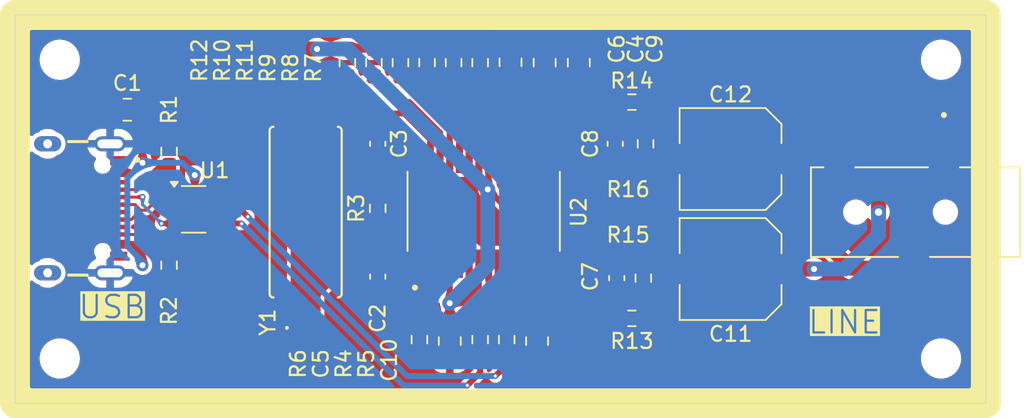
<source format=kicad_pcb>
(kicad_pcb (version 20240108) (generator "pcbnew") (generator_version "8.0")
  (layers (0 "F.Cu" signal) (31 "B.Cu" signal) (34 "B.Paste" user) (35 "F.Paste" user) (36 "B.SilkS" user "B.Silkscreen") (37 "F.SilkS" user "F.Silkscreen") (38 "B.Mask" user) (39 "F.Mask" user) (44 "Edge.Cuts" user))
  (net 0 "")
  (net 1 "VBUS")
  (net 2 "GND")
  (net 3 "/CrystalO")
  (net 4 "/CrystalI")
  (net 5 "Net-(U2-VCOM)")
  (net 6 "Net-(U2-VCCP)")
  (net 7 "/OUT_L")
  (net 8 "Net-(C7-Pad2)")
  (net 9 "/OUT_R")
  (net 10 "Net-(C8-Pad2)")
  (net 11 "Net-(U2-VCCR)")
  (net 12 "Net-(U2-VCCL)")
  (net 13 "/LEFT")
  (net 14 "/RIGHT")
  (net 16 "/D_N")
  (net 17 "/D_P")
  (net 18 "Net-(J1-CC1)")
  (net 19 "Net-(J1-CC2)")
  (net 21 "Net-(U2-D+)")
  (net 22 "/USB_P")
  (net 23 "Net-(U2-D-)")
  (net 24 "/USB_N")
  (net 25 "Net-(U2-DT)")
  (net 26 "Net-(U2-HID0{slash}MS)")
  (net 27 "Net-(U2-HID1{slash}MC)")
  (net 28 "Net-(U2-HID2{slash}MD)")
  (net 29 "Net-(U2-TEST0)")
  (net 30 "Net-(U2-TEST1)")
  (net 31 "Net-(U2-~{SSPND})")
  (footprint "Resistor_SMD:R_0603_1608Metric_Pad0.98x0.95mm_HandSolder" (layer "F.Cu") (at 145.034 82.1925 -90)
    (property "Reference" "R10" (at -0.1505 10.16 90) (layer "F.SilkS"))
    (property "Value" "5.1k")
    (pad "1" smd roundrect (at -0.9125 0 270) (size 0.975 0.95) (layers "F.Cu" "F.Paste" "F.Mask") (net 1 "VBUS"))
    (pad "2" smd roundrect (at 0.9125 0 270) (size 0.975 0.95) (layers "F.Cu" "F.Paste" "F.Mask") (net 29 "Net-(U2-TEST0)"))
  )
  (footprint "Resistor_SMD:R_0603_1608Metric_Pad0.98x0.95mm_HandSolder" (layer "F.Cu") (at 150.368 82.1925 -90)
    (property "Reference" "R8" (at 0.3575 10.922 90) (layer "F.SilkS"))
    (property "Value" "5.1k")
    (pad "1" smd roundrect (at -0.9125 0 270) (size 0.975 0.95) (layers "F.Cu" "F.Paste" "F.Mask") (net 2 "GND"))
    (pad "2" smd roundrect (at 0.9125 0 270) (size 0.975 0.95) (layers "F.Cu" "F.Paste" "F.Mask") (net 27 "Net-(U2-HID1{slash}MC)"))
  )
  (footprint "Resistor_SMD:R_0603_1608Metric_Pad0.98x0.95mm_HandSolder" (layer "F.Cu") (at 163.068 96.6205 -90)
    (property "Reference" "R15" (at -2.8945 1.016 180) (layer "F.SilkS"))
    (property "Value" "10k")
    (pad "1" smd roundrect (at -0.9125 0 270) (size 0.975 0.95) (layers "F.Cu" "F.Paste" "F.Mask") (net 7 "/OUT_L"))
    (pad "2" smd roundrect (at 0.9125 0 270) (size 0.975 0.95) (layers "F.Cu" "F.Paste" "F.Mask") (net 2 "GND"))
  )
  (footprint "Capacitor_SMD:C_0805_2012Metric_Pad1.18x1.45mm_HandSolder" (layer "F.Cu") (at 154.178 82.171 90)
    (property "Reference" "C6" (at 0.891 7.112 90) (layer "F.SilkS"))
    (property "Value" "1u")
    (pad "1" smd roundrect (at -1.0375 0 90) (size 1.175 1.45) (layers "F.Cu" "F.Paste" "F.Mask") (roundrect_rratio 0.212766) (net 6 "Net-(U2-VCCP)"))
    (pad "2" smd roundrect (at 1.0375 0 90) (size 1.175 1.45) (layers "F.Cu" "F.Paste" "F.Mask") (roundrect_rratio 0.212766) (net 2 "GND"))
  )
  (footprint "Capacitor_SMD:C_Elec_6.3x7.7" (layer "F.Cu") (at 168.91 96.012 180)
    (property "Reference" "C11" (at 0 -4.35 0) (layer "F.SilkS"))
    (property "Value" "100u")
    (pad "1" smd roundrect (at -2.5375 0 180) (size 3.325 1.6) (layers "F.Cu" "F.Paste" "F.Mask") (roundrect_rratio 0.15625) (net 13 "/LEFT"))
    (pad "2" smd roundrect (at 2.5375 0 180) (size 3.325 1.6) (layers "F.Cu" "F.Paste" "F.Mask") (roundrect_rratio 0.15625) (net 7 "/OUT_L"))
  )
  (footprint "Resistor_SMD:R_0603_1608Metric_Pad0.98x0.95mm_HandSolder" (layer "F.Cu") (at 145.288 91.948 90)
    (property "Reference" "R3" (at 0 -1.43 90) (layer "F.SilkS"))
    (property "Value" "1M")
    (pad "1" smd roundrect (at -0.9125 0 90) (size 0.975 0.95) (layers "F.Cu" "F.Paste" "F.Mask") (net 3 "/CrystalO"))
    (pad "2" smd roundrect (at 0.9125 0 90) (size 0.975 0.95) (layers "F.Cu" "F.Paste" "F.Mask") (net 4 "/CrystalI"))
  )
  (footprint "Resistor_SMD:R_0603_1608Metric_Pad0.98x0.95mm_HandSolder" (layer "F.Cu") (at 153.924 100.7345 90)
    (property "Reference" "R4" (at -1.6275 -10.922 90) (layer "F.SilkS"))
    (property "Value" "22")
    (pad "1" smd roundrect (at -0.9125 0 90) (size 0.975 0.95) (layers "F.Cu" "F.Paste" "F.Mask") (net 22 "/USB_P"))
    (pad "2" smd roundrect (at 0.9125 0 90) (size 0.975 0.95) (layers "F.Cu" "F.Paste" "F.Mask") (net 21 "Net-(U2-D+)"))
  )
  (footprint "Resistor_SMD:R_0603_1608Metric_Pad0.98x0.95mm_HandSolder" (layer "F.Cu") (at 152.146 100.7345 -90)
    (property "Reference" "R5" (at 1.6275 7.62 90) (layer "F.SilkS"))
    (property "Value" "22")
    (pad "1" smd roundrect (at -0.9125 0 270) (size 0.975 0.95) (layers "F.Cu" "F.Paste" "F.Mask") (net 23 "Net-(U2-D-)"))
    (pad "2" smd roundrect (at 0.9125 0 270) (size 0.975 0.95) (layers "F.Cu" "F.Paste" "F.Mask") (net 24 "/USB_N"))
  )
  (footprint "MountingHole:MountingHole_2.2mm_M2" (layer "F.Cu") (at 183 82)
    (property "Reference" "REF**" (hide yes))
    (property "Value" "MountingHole_2.2mm_M2" (hide yes))
    (pad "" np_thru_hole circle (at 0 0) (size 2.2 2.2) (drill 2.2) (layers "*.Cu" "*.Mask"))
  )
  (footprint "Resistor_SMD:R_0603_1608Metric_Pad0.98x0.95mm_HandSolder" (layer "F.Cu") (at 148.59 82.1925 -90)
    (property "Reference" "R9" (at 0.3575 10.668 90) (layer "F.SilkS"))
    (property "Value" "5.1k")
    (pad "1" smd roundrect (at -0.9125 0 270) (size 0.975 0.95) (layers "F.Cu" "F.Paste" "F.Mask") (net 2 "GND"))
    (pad "2" smd roundrect (at 0.9125 0 270) (size 0.975 0.95) (layers "F.Cu" "F.Paste" "F.Mask") (net 28 "Net-(U2-HID2{slash}MD)"))
  )
  (footprint "Resistor_SMD:R_0603_1608Metric_Pad0.98x0.95mm_HandSolder" (layer "F.Cu") (at 162.306 84.836)
    (property "Reference" "R14" (at 0 -1.43 0) (layer "F.SilkS"))
    (property "Value" "16")
    (pad "1" smd roundrect (at -0.9125 0) (size 0.975 0.95) (layers "F.Cu" "F.Paste" "F.Mask") (net 10 "Net-(C8-Pad2)"))
    (pad "2" smd roundrect (at 0.9125 0) (size 0.975 0.95) (layers "F.Cu" "F.Paste" "F.Mask") (net 2 "GND"))
  )
  (footprint "Capacitor_SMD:C_0805_2012Metric_Pad1.18x1.45mm_HandSolder" (layer "F.Cu") (at 128.524 85.344 180)
    (property "Reference" "C1" (at 0 1.778 0) (layer "F.SilkS"))
    (property "Value" "1u")
    (pad "1" smd roundrect (at -1.0375 0 180) (size 1.175 1.45) (layers "F.Cu" "F.Paste" "F.Mask") (roundrect_rratio 0.212766) (net 1 "VBUS"))
    (pad "2" smd roundrect (at 1.0375 0 180) (size 1.175 1.45) (layers "F.Cu" "F.Paste" "F.Mask") (roundrect_rratio 0.212766) (net 2 "GND"))
  )
  (footprint "Capacitor_SMD:C_0805_2012Metric_Pad1.18x1.45mm_HandSolder" (layer "F.Cu") (at 156.464 82.1925 90)
    (property "Reference" "C4" (at 0.9125 6.096 90) (layer "F.SilkS"))
    (property "Value" "10u")
    (pad "1" smd roundrect (at -1.0375 0 90) (size 1.175 1.45) (layers "F.Cu" "F.Paste" "F.Mask") (roundrect_rratio 0.212766) (net 5 "Net-(U2-VCOM)"))
    (pad "2" smd roundrect (at 1.0375 0 90) (size 1.175 1.45) (layers "F.Cu" "F.Paste" "F.Mask") (roundrect_rratio 0.212766) (net 2 "GND"))
  )
  (footprint "Resistor_SMD:R_0603_1608Metric_Pad0.98x0.95mm_HandSolder" (layer "F.Cu") (at 131.318 88.138 90)
    (property "Reference" "R1" (at 2.794 0 90) (layer "F.SilkS"))
    (property "Value" "5.1k")
    (pad "1" smd roundrect (at -0.9125 0 90) (size 0.975 0.95) (layers "F.Cu" "F.Paste" "F.Mask") (net 18 "Net-(J1-CC1)"))
    (pad "2" smd roundrect (at 0.9125 0 90) (size 0.975 0.95) (layers "F.Cu" "F.Paste" "F.Mask") (net 2 "GND"))
  )
  (footprint "Capacitor_SMD:C_0603_1608Metric_Pad1.08x0.95mm_HandSolder" (layer "F.Cu") (at 145.288 96.52 90)
    (property "Reference" "C2" (at -2.794 0 90) (layer "F.SilkS"))
    (property "Value" "12p")
    (pad "1" smd roundrect (at -0.8625 0 90) (size 1.075 0.95) (layers "F.Cu" "F.Paste" "F.Mask") (net 2 "GND"))
    (pad "2" smd roundrect (at 0.8625 0 90) (size 1.075 0.95) (layers "F.Cu" "F.Paste" "F.Mask") (net 3 "/CrystalO"))
  )
  (footprint "Resistor_SMD:R_0603_1608Metric_Pad0.98x0.95mm_HandSolder" (layer "F.Cu") (at 148.082 100.7345 90)
    (property "Reference" "R6" (at -1.6275 -8.128 90) (layer "F.SilkS"))
    (property "Value" "5.1k")
    (pad "1" smd roundrect (at -0.9125 0 90) (size 0.975 0.95) (layers "F.Cu" "F.Paste" "F.Mask") (net 1 "VBUS"))
    (pad "2" smd roundrect (at 0.9125 0 90) (size 0.975 0.95) (layers "F.Cu" "F.Paste" "F.Mask") (net 25 "Net-(U2-DT)"))
  )
  (footprint "Capacitor_SMD:C_0805_2012Metric_Pad1.18x1.45mm_HandSolder" (layer "F.Cu") (at 158.75 82.1925 90)
    (property "Reference" "C9" (at 0.9125 5.08 90) (layer "F.SilkS"))
    (property "Value" "1u")
    (pad "1" smd roundrect (at -1.0375 0 90) (size 1.175 1.45) (layers "F.Cu" "F.Paste" "F.Mask") (roundrect_rratio 0.212766) (net 11 "Net-(U2-VCCR)"))
    (pad "2" smd roundrect (at 1.0375 0 90) (size 1.175 1.45) (layers "F.Cu" "F.Paste" "F.Mask") (roundrect_rratio 0.212766) (net 2 "GND"))
  )
  (footprint "MountingHole:MountingHole_2.2mm_M2" (layer "F.Cu") (at 124 82)
    (property "Reference" "REF**" (hide yes))
    (property "Value" "MountingHole_2.2mm_M2" (hide yes))
    (pad "" np_thru_hole circle (at 0 0) (size 2.2 2.2) (drill 2.2) (layers "*.Cu" "*.Mask"))
  )
  (footprint "Capacitor_SMD:C_0603_1608Metric_Pad1.08x0.95mm_HandSolder" (layer "F.Cu") (at 145.288 87.63 -90)
    (property "Reference" "C3" (at 0 -1.43 90) (layer "F.SilkS"))
    (property "Value" "12p")
    (pad "1" smd roundrect (at -0.8625 0 270) (size 1.075 0.95) (layers "F.Cu" "F.Paste" "F.Mask") (net 2 "GND"))
    (pad "2" smd roundrect (at 0.8625 0 270) (size 1.075 0.95) (layers "F.Cu" "F.Paste" "F.Mask") (net 4 "/CrystalI"))
  )
  (footprint "Resistor_SMD:R_0603_1608Metric_Pad0.98x0.95mm_HandSolder" (layer "F.Cu") (at 152.146 82.1925 -90)
    (property "Reference" "R7" (at 0.3575 11.176 90) (layer "F.SilkS"))
    (property "Value" "5.1k")
    (pad "1" smd roundrect (at -0.9125 0 270) (size 0.975 0.95) (layers "F.Cu" "F.Paste" "F.Mask") (net 2 "GND"))
    (pad "2" smd roundrect (at 0.9125 0 270) (size 0.975 0.95) (layers "F.Cu" "F.Paste" "F.Mask") (net 26 "Net-(U2-HID0{slash}MS)"))
  )
  (footprint "Resistor_SMD:R_0603_1608Metric_Pad0.98x0.95mm_HandSolder" (layer "F.Cu") (at 162.306 99.314)
    (property "Reference" "R13" (at 0 1.524 0) (layer "F.SilkS"))
    (property "Value" "16")
    (pad "1" smd roundrect (at -0.9125 0) (size 0.975 0.95) (layers "F.Cu" "F.Paste" "F.Mask") (net 8 "Net-(C7-Pad2)"))
    (pad "2" smd roundrect (at 0.9125 0) (size 0.975 0.95) (layers "F.Cu" "F.Paste" "F.Mask") (net 2 "GND"))
  )
  (footprint "PCM2704CDBR:SOP65P780X200-28N" (layer "F.Cu") (at 152.381 92.151 90)
    (property "Reference" "U2" (at -0.051 6.369 90) (layer "F.SilkS"))
    (property "Value" "PCM2704CDBR")
    (pad "1" smd roundrect (at -3.505 -4.225 90) (size 1.9 0.48) (layers "F.Cu" "F.Paste" "F.Mask") (roundrect_rratio 0.125) (net 3 "/CrystalO"))
    (pad "2" smd roundrect (at -3.505 -3.575 90) (size 1.9 0.48) (layers "F.Cu" "F.Paste" "F.Mask") (roundrect_rratio 0.125))
    (pad "3" smd roundrect (at -3.505 -2.925 90) (size 1.9 0.48) (layers "F.Cu" "F.Paste" "F.Mask") (roundrect_rratio 0.125) (net 25 "Net-(U2-DT)"))
    (pad "4" smd roundrect (at -3.505 -2.275 90) (size 1.9 0.48) (layers "F.Cu" "F.Paste" "F.Mask") (roundrect_rratio 0.125) (net 1 "VBUS"))
    (pad "5" smd roundrect (at -3.505 -1.625 90) (size 1.9 0.48) (layers "F.Cu" "F.Paste" "F.Mask") (roundrect_rratio 0.125))
    (pad "6" smd roundrect (at -3.505 -0.975 90) (size 1.9 0.48) (layers "F.Cu" "F.Paste" "F.Mask") (roundrect_rratio 0.125) (net 2 "GND"))
    (pad "7" smd roundrect (at -3.505 -0.325 90) (size 1.9 0.48) (layers "F.Cu" "F.Paste" "F.Mask") (roundrect_rratio 0.125) (net 1 "VBUS"))
    (pad "8" smd roundrect (at -3.505 0.325 90) (size 1.9 0.48) (layers "F.Cu" "F.Paste" "F.Mask") (roundrect_rratio 0.125) (net 23 "Net-(U2-D-)"))
    (pad "9" smd roundrect (at -3.505 0.975 90) (size 1.9 0.48) (layers "F.Cu" "F.Paste" "F.Mask") (roundrect_rratio 0.125) (net 21 "Net-(U2-D+)"))
    (pad "10" smd roundrect (at -3.505 1.625 90) (size 1.9 0.48) (layers "F.Cu" "F.Paste" "F.Mask") (roundrect_rratio 0.125) (net 1 "VBUS"))
    (pad "11" smd roundrect (at -3.505 2.275 90) (size 1.9 0.48) (layers "F.Cu" "F.Paste" "F.Mask") (roundrect_rratio 0.125) (net 2 "GND"))
    (pad "12" smd roundrect (at -3.505 2.925 90) (size 1.9 0.48) (layers "F.Cu" "F.Paste" "F.Mask") (roundrect_rratio 0.125) (net 2 "GND"))
    (pad "13" smd roundrect (at -3.505 3.575 90) (size 1.9 0.48) (layers "F.Cu" "F.Paste" "F.Mask") (roundrect_rratio 0.125) (net 12 "Net-(U2-VCCL)"))
    (pad "14" smd roundrect (at -3.505 4.225 90) (size 1.9 0.48) (layers "F.Cu" "F.Paste" "F.Mask") (roundrect_rratio 0.125) (net 7 "/OUT_L"))
    (pad "15" smd roundrect (at 3.505 4.225 90) (size 1.9 0.48) (layers "F.Cu" "F.Paste" "F.Mask") (roundrect_rratio 0.125) (net 9 "/OUT_R"))
    (pad "16" smd roundrect (at 3.505 3.575 90) (size 1.9 0.48) (layers "F.Cu" "F.Paste" "F.Mask") (roundrect_rratio 0.125) (net 11 "Net-(U2-VCCR)"))
    (pad "17" smd roundrect (at 3.505 2.925 90) (size 1.9 0.48) (layers "F.Cu" "F.Paste" "F.Mask") (roundrect_rratio 0.125) (net 2 "GND"))
    (pad "18" smd roundrect (at 3.505 2.275 90) (size 1.9 0.48) (layers "F.Cu" "F.Paste" "F.Mask") (roundrect_rratio 0.125) (net 5 "Net-(U2-VCOM)"))
    (pad "19" smd roundrect (at 3.505 1.625 90) (size 1.9 0.48) (layers "F.Cu" "F.Paste" "F.Mask") (roundrect_rratio 0.125) (net 2 "GND"))
    (pad "20" smd roundrect (at 3.505 0.975 90) (size 1.9 0.48) (layers "F.Cu" "F.Paste" "F.Mask") (roundrect_rratio 0.125) (net 6 "Net-(U2-VCCP)"))
    (pad "21" smd roundrect (at 3.505 0.325 90) (size 1.9 0.48) (layers "F.Cu" "F.Paste" "F.Mask") (roundrect_rratio 0.125) (net 1 "VBUS"))
    (pad "22" smd roundrect (at 3.505 -0.325 90) (size 1.9 0.48) (layers "F.Cu" "F.Paste" "F.Mask") (roundrect_rratio 0.125) (net 26 "Net-(U2-HID0{slash}MS)"))
    (pad "23" smd roundrect (at 3.505 -0.975 90) (size 1.9 0.48) (layers "F.Cu" "F.Paste" "F.Mask") (roundrect_rratio 0.125) (net 27 "Net-(U2-HID1{slash}MC)"))
    (pad "24" smd roundrect (at 3.505 -1.625 90) (size 1.9 0.48) (layers "F.Cu" "F.Paste" "F.Mask") (roundrect_rratio 0.125) (net 28 "Net-(U2-HID2{slash}MD)"))
    (pad "25" smd roundrect (at 3.505 -2.275 90) (size 1.9 0.48) (layers "F.Cu" "F.Paste" "F.Mask") (roundrect_rratio 0.125) (net 30 "Net-(U2-TEST1)"))
    (pad "26" smd roundrect (at 3.505 -2.925 90) (size 1.9 0.48) (layers "F.Cu" "F.Paste" "F.Mask") (roundrect_rratio 0.125) (net 29 "Net-(U2-TEST0)"))
    (pad "27" smd roundrect (at 3.505 -3.575 90) (size 1.9 0.48) (layers "F.Cu" "F.Paste" "F.Mask") (roundrect_rratio 0.125) (net 31 "Net-(U2-~{SSPND})"))
    (pad "28" smd roundrect (at 3.505 -4.225 90) (size 1.9 0.48) (layers "F.Cu" "F.Paste" "F.Mask") (roundrect_rratio 0.125) (net 4 "/CrystalI"))
  )
  (footprint "Package_TO_SOT_SMD:SOT-23-6" (layer "F.Cu") (at 132.9635 92.014)
    (property "Reference" "U1" (at 1.4025 -2.606 0) (layer "F.SilkS"))
    (property "Value" "USBLC6-2SC6")
    (pad "1" smd roundrect (at -1.1375 -0.95) (size 1.325 0.6) (layers "F.Cu" "F.Paste" "F.Mask") (net 17 "/D_P"))
    (pad "2" smd roundrect (at -1.1375 0) (size 1.325 0.6) (layers "F.Cu" "F.Paste" "F.Mask") (net 2 "GND"))
    (pad "3" smd roundrect (at -1.1375 0.95) (size 1.325 0.6) (layers "F.Cu" "F.Paste" "F.Mask") (net 16 "/D_N"))
    (pad "4" smd roundrect (at 1.1375 0.95) (size 1.325 0.6) (layers "F.Cu" "F.Paste" "F.Mask") (net 24 "/USB_N"))
    (pad "5" smd roundrect (at 1.1375 0) (size 1.325 0.6) (layers "F.Cu" "F.Paste" "F.Mask") (net 1 "VBUS"))
    (pad "6" smd roundrect (at 1.1375 -0.95) (size 1.325 0.6) (layers "F.Cu" "F.Paste" "F.Mask") (net 22 "/USB_P"))
  )
  (footprint "Capacitor_SMD:C_0805_2012Metric_Pad1.18x1.45mm_HandSolder" (layer "F.Cu") (at 155.956 100.838 -90)
    (property "Reference" "C10" (at 1.27 9.906 -90) (layer "F.SilkS"))
    (property "Value" "1u")
    (pad "1" smd roundrect (at -1.0375 0 270) (size 1.175 1.45) (layers "F.Cu" "F.Paste" "F.Mask") (roundrect_rratio 0.212766) (net 12 "Net-(U2-VCCL)"))
    (pad "2" smd roundrect (at 1.0375 0 270) (size 1.175 1.45) (layers "F.Cu" "F.Paste" "F.Mask") (roundrect_rratio 0.212766) (net 2 "GND"))
  )
  (footprint "Resistor_SMD:R_0603_1608Metric_Pad0.98x0.95mm_HandSolder" (layer "F.Cu") (at 131.318 95.758 -90)
    (property "Reference" "R2" (at 3.048 0 90) (layer "F.SilkS"))
    (property "Value" "5.1k")
    (pad "1" smd roundrect (at -0.9125 0 270) (size 0.975 0.95) (layers "F.Cu" "F.Paste" "F.Mask") (net 19 "Net-(J1-CC2)"))
    (pad "2" smd roundrect (at 0.9125 0 270) (size 0.975 0.95) (layers "F.Cu" "F.Paste" "F.Mask") (net 2 "GND"))
  )
  (footprint "FOXSDLF_120-20:XTAL1170X500X450" (layer "F.Cu") (at 140.462 92.202 90)
    (property "Reference" "Y1" (at -7.366 -2.54 90) (layer "F.SilkS") (effects (font (size 1.000528 1.000528))))
    (property "Value" "C14871")
    (pad "1" smd rect (at -4.75 0 90) (size 5.5 2) (layers "F.Cu" "F.Paste" "F.Mask") (net 3 "/CrystalO"))
    (pad "2" smd rect (at 4.75 0 90) (size 5.5 2) (layers "F.Cu" "F.Paste" "F.Mask") (net 4 "/CrystalI"))
  )
  (footprint "MountingHole:MountingHole_2.2mm_M2" (layer "F.Cu") (at 124 102)
    (property "Reference" "REF**" (hide yes))
    (property "Value" "MountingHole_2.2mm_M2" (hide yes))
    (pad "" np_thru_hole circle (at 0 0) (size 2.2 2.2) (drill 2.2) (layers "*.Cu" "*.Mask"))
  )
  (footprint "MountingHole:MountingHole_2.2mm_M2" (layer "F.Cu") (at 183 102)
    (property "Reference" "REF**" (hide yes))
    (property "Value" "MountingHole_2.2mm_M2" (hide yes))
    (pad "" np_thru_hole circle (at 0 0) (size 2.2 2.2) (drill 2.2) (layers "*.Cu" "*.Mask"))
  )
  (footprint "Capacitor_SMD:C_0603_1608Metric_Pad1.08x0.95mm_HandSolder" (layer "F.Cu") (at 161.1865 87.63 90)
    (property "Reference" "C8" (at 0 -1.6745 90) (layer "F.SilkS"))
    (property "Value" "22n")
    (pad "1" smd roundrect (at -0.8625 0 90) (size 1.075 0.95) (layers "F.Cu" "F.Paste" "F.Mask") (net 9 "/OUT_R"))
    (pad "2" smd roundrect (at 0.8625 0 90) (size 1.075 0.95) (layers "F.Cu" "F.Paste" "F.Mask") (net 10 "Net-(C8-Pad2)"))
  )
  (footprint "Capacitor_SMD:C_Elec_6.3x7.7" (layer "F.Cu") (at 168.9075 88.646 180)
    (property "Reference" "C12" (at 0 4.318 0) (layer "F.SilkS"))
    (property "Value" "100u")
    (pad "1" smd roundrect (at -2.5375 0 180) (size 3.325 1.6) (layers "F.Cu" "F.Paste" "F.Mask") (roundrect_rratio 0.15625) (net 14 "/RIGHT"))
    (pad "2" smd roundrect (at 2.5375 0 180) (size 3.325 1.6) (layers "F.Cu" "F.Paste" "F.Mask") (roundrect_rratio 0.15625) (net 9 "/OUT_R"))
  )
  (footprint "Capacitor_SMD:C_0603_1608Metric_Pad1.08x0.95mm_HandSolder" (layer "F.Cu") (at 161.29 96.6205 -90)
    (property "Reference" "C7" (at -0.1005 1.778 90) (layer "F.SilkS"))
    (property "Value" "22n")
    (pad "1" smd roundrect (at -0.8625 0 270) (size 1.075 0.95) (layers "F.Cu" "F.Paste" "F.Mask") (net 7 "/OUT_L"))
    (pad "2" smd roundrect (at 0.8625 0 270) (size 1.075 0.95) (layers "F.Cu" "F.Paste" "F.Mask") (net 8 "Net-(C7-Pad2)"))
  )
  (footprint "PJ-320B:BOOMELE_PJ-320B" (layer "F.Cu") (at 180.292 92.202 180)
    (property "Reference" "LINE" (at 3.762 -7.366 0) (layer "F.SilkS" knockout) (effects (font (size 1.5 1.5))))
    (property "Value" "PJ-320B")
    (pad "" np_thru_hole circle (at -3 0 180) (size 1.2 1.2) (drill 1.2) (layers "*.Cu" "*.Mask"))
    (pad "" np_thru_hole circle (at 3 0 180) (size 1.2 1.2) (drill 1.2) (layers "*.Cu" "*.Mask"))
    (pad "1" smd rect (at -2.9 3.75 180) (size 1.5 3.5) (layers "F.Cu" "F.Paste" "F.Mask") (net 2 "GND"))
    (pad "2" smd rect (at -0.9 -3.75 180) (size 1.5 3.5) (layers "F.Cu" "F.Paste" "F.Mask") (net 14 "/RIGHT"))
    (pad "3" smd rect (at 4.1 3.75 180) (size 1.5 3.5) (layers "F.Cu" "F.Paste" "F.Mask") (net 13 "/LEFT"))
  )
  (footprint "USB4105GFA120:GCT_USB4105GFA120" (layer "F.Cu") (at 123.19 91.948 -90)
    (property "Reference" "USB" (at 6.604 -4.318 180) (layer "F.SilkS" knockout) (effects (font (size 1.5 1.5))))
    (property "Value" "USB4105GFA120")
    (fp_poly (pts (xy -4.82 0) (xy -4.82 -0.4) (xy -4.819 -0.426) (xy -4.817 -0.452) (xy -4.814 -0.478) (xy -4.809 -0.504) (xy -4.803 -0.529) (xy -4.796 -0.555) (xy -4.787 -0.579) (xy -4.777 -0.603) (xy -4.766 -0.627) (xy -4.753 -0.65) (xy -4.739 -0.672) (xy -4.725 -0.694) (xy -4.709 -0.715) (xy -4.692 -0.735) (xy -4.674 -0.754) (xy -4.655 -0.772) (xy -4.635 -0.789) (xy -4.614 -0.805) (xy -4.592 -0.819) (xy -4.57 -0.833) (xy -4.547 -0.846) (xy -4.523 -0.857) (xy -4.499 -0.867) (xy -4.475 -0.876) (xy -4.449 -0.883) (xy -4.424 -0.889) (xy -4.398 -0.894) (xy -4.372 -0.897) (xy -4.346 -0.899) (xy -4.32 -0.9) (xy -4.294 -0.899) (xy -4.268 -0.897) (xy -4.242 -0.894) (xy -4.216 -0.889) (xy -4.191 -0.883) (xy -4.165 -0.876) (xy -4.141 -0.867) (xy -4.117 -0.857) (xy -4.093 -0.846) (xy -4.07 -0.833) (xy -4.048 -0.819) (xy -4.026 -0.805) (xy -4.005 -0.789) (xy -3.985 -0.772) (xy -3.966 -0.754) (xy -3.948 -0.735) (xy -3.931 -0.715) (xy -3.915 -0.694) (xy -3.901 -0.672) (xy -3.887 -0.65) (xy -3.874 -0.627) (xy -3.863 -0.603) (xy -3.853 -0.579) (xy -3.844 -0.555) (xy -3.837 -0.529) (xy -3.831 -0.504) (xy -3.826 -0.478) (xy -3.823 -0.452) (xy -3.821 -0.426) (xy -3.82 -0.4) (xy -3.82 0) (xy -3.82 0.4) (xy -3.821 0.426) (xy -3.823 0.452) (xy -3.826 0.478) (xy -3.831 0.504) (xy -3.837 0.529) (xy -3.844 0.555) (xy -3.853 0.579) (xy -3.863 0.603) (xy -3.874 0.627) (xy -3.887 0.65) (xy -3.901 0.672) (xy -3.915 0.694) (xy -3.931 0.715) (xy -3.948 0.735) (xy -3.966 0.754) (xy -3.985 0.772) (xy -4.005 0.789) (xy -4.026 0.805) (xy -4.048 0.819) (xy -4.07 0.833) (xy -4.093 0.846) (xy -4.117 0.857) (xy -4.141 0.867) (xy -4.165 0.876) (xy -4.191 0.883) (xy -4.216 0.889) (xy -4.242 0.894) (xy -4.268 0.897) (xy -4.294 0.899) (xy -4.32 0.9) (xy -4.346 0.899) (xy -4.372 0.897) (xy -4.398 0.894) (xy -4.424 0.889) (xy -4.449 0.883) (xy -4.475 0.876) (xy -4.499 0.867) (xy -4.523 0.857) (xy -4.547 0.846) (xy -4.57 0.833) (xy -4.592 0.819) (xy -4.614 0.805) (xy -4.635 0.789) (xy -4.655 0.772) (xy -4.674 0.754) (xy -4.692 0.735) (xy -4.709 0.715) (xy -4.725 0.694) (xy -4.739 0.672) (xy -4.753 0.65) (xy -4.766 0.627) (xy -4.777 0.603) (xy -4.787 0.579) (xy -4.796 0.555) (xy -4.803 0.529) (xy -4.809 0.504) (xy -4.814 0.478) (xy -4.817 0.452) (xy -4.819 0.426) (xy -4.82 0.4) (xy -4.82 0)) (stroke (width 0.01)) (fill solid) (layer "F.Cu"))
    (fp_poly (pts (xy 3.82 0) (xy 3.82 -0.4) (xy 3.821 -0.426) (xy 3.823 -0.452) (xy 3.826 -0.478) (xy 3.831 -0.504) (xy 3.837 -0.529) (xy 3.844 -0.555) (xy 3.853 -0.579) (xy 3.863 -0.603) (xy 3.874 -0.627) (xy 3.887 -0.65) (xy 3.901 -0.672) (xy 3.915 -0.694) (xy 3.931 -0.715) (xy 3.948 -0.735) (xy 3.966 -0.754) (xy 3.985 -0.772) (xy 4.005 -0.789) (xy 4.026 -0.805) (xy 4.048 -0.819) (xy 4.07 -0.833) (xy 4.093 -0.846) (xy 4.117 -0.857) (xy 4.141 -0.867) (xy 4.165 -0.876) (xy 4.191 -0.883) (xy 4.216 -0.889) (xy 4.242 -0.894) (xy 4.268 -0.897) (xy 4.294 -0.899) (xy 4.32 -0.9) (xy 4.346 -0.899) (xy 4.372 -0.897) (xy 4.398 -0.894) (xy 4.424 -0.889) (xy 4.449 -0.883) (xy 4.475 -0.876) (xy 4.499 -0.867) (xy 4.523 -0.857) (xy 4.547 -0.846) (xy 4.57 -0.833) (xy 4.592 -0.819) (xy 4.614 -0.805) (xy 4.635 -0.789) (xy 4.655 -0.772) (xy 4.674 -0.754) (xy 4.692 -0.735) (xy 4.709 -0.715) (xy 4.725 -0.694) (xy 4.739 -0.672) (xy 4.753 -0.65) (xy 4.766 -0.627) (xy 4.777 -0.603) (xy 4.787 -0.579) (xy 4.796 -0.555) (xy 4.803 -0.529) (xy 4.809 -0.504) (xy 4.814 -0.478) (xy 4.817 -0.452) (xy 4.819 -0.426) (xy 4.82 -0.4) (xy 4.82 0) (xy 4.82 0.4) (xy 4.819 0.426) (xy 4.817 0.452) (xy 4.814 0.478) (xy 4.809 0.504) (xy 4.803 0.529) (xy 4.796 0.555) (xy 4.787 0.579) (xy 4.777 0.603) (xy 4.766 0.627) (xy 4.753 0.65) (xy 4.739 0.672) (xy 4.725 0.694) (xy 4.709 0.715) (xy 4.692 0.735) (xy 4.674 0.754) (xy 4.655 0.772) (xy 4.635 0.789) (xy 4.614 0.805) (xy 4.592 0.819) (xy 4.57 0.833) (xy 4.547 0.846) (xy 4.523 0.857) (xy 4.499 0.867) (xy 4.475 0.876) (xy 4.449 0.883) (xy 4.424 0.889) (xy 4.398 0.894) (xy 4.372 0.897) (xy 4.346 0.899) (xy 4.32 0.9) (xy 4.294 0.899) (xy 4.268 0.897) (xy 4.242 0.894) (xy 4.216 0.889) (xy 4.191 0.883) (xy 4.165 0.876) (xy 4.141 0.867) (xy 4.117 0.857) (xy 4.093 0.846) (xy 4.07 0.833) (xy 4.048 0.819) (xy 4.026 0.805) (xy 4.005 0.789) (xy 3.985 0.772) (xy 3.966 0.754) (xy 3.948 0.735) (xy 3.931 0.715) (xy 3.915 0.694) (xy 3.901 0.672) (xy 3.887 0.65) (xy 3.874 0.627) (xy 3.863 0.603) (xy 3.853 0.579) (xy 3.844 0.555) (xy 3.837 0.529) (xy 3.831 0.504) (xy 3.826 0.478) (xy 3.823 0.452) (xy 3.821 0.426) (xy 3.82 0.4) (xy 3.82 0)) (stroke (width 0.01)) (fill solid) (layer "F.Cu"))
    (fp_poly (pts (xy -4.82 0) (xy -4.82 -0.4) (xy -4.819 -0.426) (xy -4.817 -0.452) (xy -4.814 -0.478) (xy -4.809 -0.504) (xy -4.803 -0.529) (xy -4.796 -0.555) (xy -4.787 -0.579) (xy -4.777 -0.603) (xy -4.766 -0.627) (xy -4.753 -0.65) (xy -4.739 -0.672) (xy -4.725 -0.694) (xy -4.709 -0.715) (xy -4.692 -0.735) (xy -4.674 -0.754) (xy -4.655 -0.772) (xy -4.635 -0.789) (xy -4.614 -0.805) (xy -4.592 -0.819) (xy -4.57 -0.833) (xy -4.547 -0.846) (xy -4.523 -0.857) (xy -4.499 -0.867) (xy -4.475 -0.876) (xy -4.449 -0.883) (xy -4.424 -0.889) (xy -4.398 -0.894) (xy -4.372 -0.897) (xy -4.346 -0.899) (xy -4.32 -0.9) (xy -4.294 -0.899) (xy -4.268 -0.897) (xy -4.242 -0.894) (xy -4.216 -0.889) (xy -4.191 -0.883) (xy -4.165 -0.876) (xy -4.141 -0.867) (xy -4.117 -0.857) (xy -4.093 -0.846) (xy -4.07 -0.833) (xy -4.048 -0.819) (xy -4.026 -0.805) (xy -4.005 -0.789) (xy -3.985 -0.772) (xy -3.966 -0.754) (xy -3.948 -0.735) (xy -3.931 -0.715) (xy -3.915 -0.694) (xy -3.901 -0.672) (xy -3.887 -0.65) (xy -3.874 -0.627) (xy -3.863 -0.603) (xy -3.853 -0.579) (xy -3.844 -0.555) (xy -3.837 -0.529) (xy -3.831 -0.504) (xy -3.826 -0.478) (xy -3.823 -0.452) (xy -3.821 -0.426) (xy -3.82 -0.4) (xy -3.82 0) (xy -3.82 0.4) (xy -3.821 0.426) (xy -3.823 0.452) (xy -3.826 0.478) (xy -3.831 0.504) (xy -3.837 0.529) (xy -3.844 0.555) (xy -3.853 0.579) (xy -3.863 0.603) (xy -3.874 0.627) (xy -3.887 0.65) (xy -3.901 0.672) (xy -3.915 0.694) (xy -3.931 0.715) (xy -3.948 0.735) (xy -3.966 0.754) (xy -3.985 0.772) (xy -4.005 0.789) (xy -4.026 0.805) (xy -4.048 0.819) (xy -4.07 0.833) (xy -4.093 0.846) (xy -4.117 0.857) (xy -4.141 0.867) (xy -4.165 0.876) (xy -4.191 0.883) (xy -4.216 0.889) (xy -4.242 0.894) (xy -4.268 0.897) (xy -4.294 0.899) (xy -4.32 0.9) (xy -4.346 0.899) (xy -4.372 0.897) (xy -4.398 0.894) (xy -4.424 0.889) (xy -4.449 0.883) (xy -4.475 0.876) (xy -4.499 0.867) (xy -4.523 0.857) (xy -4.547 0.846) (xy -4.57 0.833) (xy -4.592 0.819) (xy -4.614 0.805) (xy -4.635 0.789) (xy -4.655 0.772) (xy -4.674 0.754) (xy -4.692 0.735) (xy -4.709 0.715) (xy -4.725 0.694) (xy -4.739 0.672) (xy -4.753 0.65) (xy -4.766 0.627) (xy -4.777 0.603) (xy -4.787 0.579) (xy -4.796 0.555) (xy -4.803 0.529) (xy -4.809 0.504) (xy -4.814 0.478) (xy -4.817 0.452) (xy -4.819 0.426) (xy -4.82 0.4) (xy -4.82 0)) (stroke (width 0.01)) (fill solid) (layer "B.Cu"))
    (fp_poly (pts (xy 3.82 0) (xy 3.82 -0.4) (xy 3.821 -0.426) (xy 3.823 -0.452) (xy 3.826 -0.478) (xy 3.831 -0.504) (xy 3.837 -0.529) (xy 3.844 -0.555) (xy 3.853 -0.579) (xy 3.863 -0.603) (xy 3.874 -0.627) (xy 3.887 -0.65) (xy 3.901 -0.672) (xy 3.915 -0.694) (xy 3.931 -0.715) (xy 3.948 -0.735) (xy 3.966 -0.754) (xy 3.985 -0.772) (xy 4.005 -0.789) (xy 4.026 -0.805) (xy 4.048 -0.819) (xy 4.07 -0.833) (xy 4.093 -0.846) (xy 4.117 -0.857) (xy 4.141 -0.867) (xy 4.165 -0.876) (xy 4.191 -0.883) (xy 4.216 -0.889) (xy 4.242 -0.894) (xy 4.268 -0.897) (xy 4.294 -0.899) (xy 4.32 -0.9) (xy 4.346 -0.899) (xy 4.372 -0.897) (xy 4.398 -0.894) (xy 4.424 -0.889) (xy 4.449 -0.883) (xy 4.475 -0.876) (xy 4.499 -0.867) (xy 4.523 -0.857) (xy 4.547 -0.846) (xy 4.57 -0.833) (xy 4.592 -0.819) (xy 4.614 -0.805) (xy 4.635 -0.789) (xy 4.655 -0.772) (xy 4.674 -0.754) (xy 4.692 -0.735) (xy 4.709 -0.715) (xy 4.725 -0.694) (xy 4.739 -0.672) (xy 4.753 -0.65) (xy 4.766 -0.627) (xy 4.777 -0.603) (xy 4.787 -0.579) (xy 4.796 -0.555) (xy 4.803 -0.529) (xy 4.809 -0.504) (xy 4.814 -0.478) (xy 4.817 -0.452) (xy 4.819 -0.426) (xy 4.82 -0.4) (xy 4.82 0) (xy 4.82 0.4) (xy 4.819 0.426) (xy 4.817 0.452) (xy 4.814 0.478) (xy 4.809 0.504) (xy 4.803 0.529) (xy 4.796 0.555) (xy 4.787 0.579) (xy 4.777 0.603) (xy 4.766 0.627) (xy 4.753 0.65) (xy 4.739 0.672) (xy 4.725 0.694) (xy 4.709 0.715) (xy 4.692 0.735) (xy 4.674 0.754) (xy 4.655 0.772) (xy 4.635 0.789) (xy 4.614 0.805) (xy 4.592 0.819) (xy 4.57 0.833) (xy 4.547 0.846) (xy 4.523 0.857) (xy 4.499 0.867) (xy 4.475 0.876) (xy 4.449 0.883) (xy 4.424 0.889) (xy 4.398 0.894) (xy 4.372 0.897) (xy 4.346 0.899) (xy 4.32 0.9) (xy 4.294 0.899) (xy 4.268 0.897) (xy 4.242 0.894) (xy 4.216 0.889) (xy 4.191 0.883) (xy 4.165 0.876) (xy 4.141 0.867) (xy 4.117 0.857) (xy 4.093 0.846) (xy 4.07 0.833) (xy 4.048 0.819) (xy 4.026 0.805) (xy 4.005 0.789) (xy 3.985 0.772) (xy 3.966 0.754) (xy 3.948 0.735) (xy 3.931 0.715) (xy 3.915 0.694) (xy 3.901 0.672) (xy 3.887 0.65) (xy 3.874 0.627) (xy 3.863 0.603) (xy 3.853 0.579) (xy 3.844 0.555) (xy 3.837 0.529) (xy 3.831 0.504) (xy 3.826 0.478) (xy 3.823 0.452) (xy 3.821 0.426) (xy 3.82 0.4) (xy 3.82 0)) (stroke (width 0.01)) (fill solid) (layer "B.Cu"))
    (fp_line (start -4.62 0.4) (end -4.62 -0.4) (stroke (width 0.01)) (layer "Edge.Cuts"))
    (fp_line (start 4.02 0.4) (end 4.02 -0.4) (stroke (width 0.01)) (layer "Edge.Cuts"))
    (fp_line (start -4.02 -0.4) (end -4.02 0.4) (stroke (width 0.01)) (layer "Edge.Cuts"))
    (fp_line (start 4.62 -0.4) (end 4.62 0.4) (stroke (width 0.01)) (layer "Edge.Cuts"))
    (fp_arc (start -4.32 0.7) (mid -4.532132 0.612132) (end -4.62 0.4) (stroke (width 0.01)) (layer "Edge.Cuts"))
    (fp_arc (start 4.32 0.7) (mid 4.107868 0.612132) (end 4.02 0.4) (stroke (width 0.01)) (layer "Edge.Cuts"))
    (fp_arc (start -4.02 0.4) (mid -4.107868 0.612132) (end -4.32 0.7) (stroke (width 0.01)) (layer "Edge.Cuts"))
    (fp_arc (start 4.62 0.4) (mid 4.532132 0.612132) (end 4.32 0.7) (stroke (width 0.01)) (layer "Edge.Cuts"))
    (fp_arc (start -4.62 -0.4) (mid -4.532132 -0.612132) (end -4.32 -0.7) (stroke (width 0.01)) (layer "Edge.Cuts"))
    (fp_arc (start 4.02 -0.4) (mid 4.107868 -0.612132) (end 4.32 -0.7) (stroke (width 0.01)) (layer "Edge.Cuts"))
    (fp_arc (start -4.32 -0.7) (mid -4.107868 -0.612132) (end -4.02 -0.4) (stroke (width 0.01)) (layer "Edge.Cuts"))
    (fp_arc (start 4.32 -0.7) (mid 4.532132 -0.612132) (end 4.62 -0.4) (stroke (width 0.01)) (layer "Edge.Cuts"))
    (pad "" np_thru_hole circle (at -2.89 -3.68 270) (size 0.65 0.65) (drill 0.65) (layers "*.Cu" "*.Mask"))
    (pad "" np_thru_hole circle (at 2.89 -3.68 270) (size 0.65 0.65) (drill 0.65) (layers "*.Cu" "*.Mask"))
    (pad "A1_B12" smd rect (at -3.2 -4.755 270) (size 0.6 1.15) (layers "F.Cu" "F.Paste" "F.Mask") (net 2 "GND"))
    (pad "A4_B9" smd rect (at -2.4 -4.755 270) (size 0.6 1.15) (layers "F.Cu" "F.Paste" "F.Mask") (net 1 "VBUS"))
    (pad "A5" smd rect (at -1.25 -4.755 270) (size 0.3 1.15) (layers "F.Cu" "F.Paste" "F.Mask") (net 18 "Net-(J1-CC1)"))
    (pad "A6" smd rect (at -0.25 -4.755 270) (size 0.3 1.15) (layers "F.Cu" "F.Paste" "F.Mask") (net 17 "/D_P"))
    (pad "A7" smd rect (at 0.25 -4.755 270) (size 0.3 1.15) (layers "F.Cu" "F.Paste" "F.Mask") (net 16 "/D_N"))
    (pad "A8" smd rect (at 1.25 -4.755 270) (size 0.3 1.15) (layers "F.Cu" "F.Paste" "F.Mask"))
    (pad "B1_A12" smd rect (at 3.2 -4.755 270) (size 0.6 1.15) (layers "F.Cu" "F.Paste" "F.Mask") (net 2 "GND"))
    (pad "B4_A9" smd rect (at 2.4 -4.755 270) (size 0.6 1.15) (layers "F.Cu" "F.Paste" "F.Mask") (net 1 "VBUS"))
    (pad "B5" smd rect (at 1.75 -4.755 270) (size 0.3 1.15) (layers "F.Cu" "F.Paste" "F.Mask") (net 19 "Net-(J1-CC2)"))
    (pad "B6" smd rect (at 0.75 -4.755 270) (size 0.3 1.15) (layers "F.Cu" "F.Paste" "F.Mask") (net 17 "/D_P"))
    (pad "B7" smd rect (at -0.75 -4.755 270) (size 0.3 1.15) (layers "F.Cu" "F.Paste" "F.Mask") (net 16 "/D_N"))
    (pad "B8" smd rect (at -1.75 -4.755 270) (size 0.3 1.15) (layers "F.Cu" "F.Paste" "F.Mask"))
    (pad "SH1" thru_hole oval (at -4.32 -4.18 270) (size 1 2.1) (drill oval 0.6 1.7) (layers "*.Cu" "*.Mask") (net 2 "GND"))
    (pad "SH2" thru_hole oval (at 4.32 -4.18 270) (size 1 2.1) (drill oval 0.6 1.7) (layers "*.Cu" "*.Mask") (net 2 "GND"))
    (pad "SH3" thru_hole circle (at -4.32 0 270) (size 1 1) (drill 0.6) (layers "*.Cu") (net 2 "GND"))
    (pad "SH4" thru_hole circle (at 4.32 0 270) (size 1 1) (drill 0.6) (layers "*.Cu") (net 2 "GND"))
  )
  (footprint "Resistor_SMD:R_0603_1608Metric_Pad0.98x0.95mm_HandSolder" (layer "F.Cu") (at 146.812 82.1925 -90)
    (property "Reference" "R11" (at -0.1505 10.414 90) (layer "F.SilkS"))
    (property "Value" "5.1k")
    (pad "1" smd roundrect (at -0.9125 0 270) (size 0.975 0.95) (layers "F.Cu" "F.Paste" "F.Mask") (net 1 "VBUS"))
    (pad "2" smd roundrect (at 0.9125 0 270) (size 0.975 0.95) (layers "F.Cu" "F.Paste" "F.Mask") (net 30 "Net-(U2-TEST1)"))
  )
  (footprint "Resistor_SMD:R_0603_1608Metric_Pad0.98x0.95mm_HandSolder" (layer "F.Cu") (at 163.2185 87.63 90)
    (property "Reference" "R16" (at -3.048 -1.1665 180) (layer "F.SilkS"))
    (property "Value" "10k")
    (pad "1" smd roundrect (at -0.9125 0 90) (size 0.975 0.95) (layers "F.Cu" "F.Paste" "F.Mask") (net 9 "/OUT_R"))
    (pad "2" smd roundrect (at 0.9125 0 90) (size 0.975 0.95) (layers "F.Cu" "F.Paste" "F.Mask") (net 2 "GND"))
  )
  (footprint "Resistor_SMD:R_0603_1608Metric_Pad0.98x0.95mm_HandSolder" (layer "F.Cu") (at 143.256 82.1925 90)
    (property "Reference" "R12" (at 0.1505 -9.906 90) (layer "F.SilkS"))
    (property "Value" "5.1k")
    (pad "1" smd roundrect (at -0.9125 0 90) (size 0.975 0.95) (layers "F.Cu" "F.Paste" "F.Mask") (net 31 "Net-(U2-~{SSPND})"))
    (pad "2" smd roundrect (at 0.9125 0 90) (size 0.975 0.95) (layers "F.Cu" "F.Paste" "F.Mask") (net 1 "VBUS"))
  )
  (footprint "Capacitor_SMD:C_0805_2012Metric_Pad1.18x1.45mm_HandSolder" (layer "F.Cu") (at 150.114 100.838 -90)
    (property "Reference" "C5" (at 1.524 8.636 90) (layer "F.SilkS"))
    (property "Value" "1u")
    (pad "1" smd roundrect (at -1.0375 0 270) (size 1.175 1.45) (layers "F.Cu" "F.Paste" "F.Mask") (roundrect_rratio 0.212766) (net 1 "VBUS"))
    (pad "2" smd roundrect (at 1.0375 0 270) (size 1.175 1.45) (layers "F.Cu" "F.Paste" "F.Mask") (roundrect_rratio 0.212766) (net 2 "GND"))
  )
  (gr_rect (start 121 79) (end 186 105) (stroke (width 2)) (fill none) (layer "F.SilkS"))
  (gr_line (start 186 105) (end 186 79) (stroke (width 0.05)) (layer "Edge.Cuts"))
  (gr_line (start 121 92) (end 121 79) (stroke (width 0.05)) (layer "Edge.Cuts"))
  (gr_line (start 121 105) (end 186 105) (stroke (width 0.05)) (layer "Edge.Cuts"))
  (gr_line (start 121 79) (end 186 79) (stroke (width 0.05)) (layer "Edge.Cuts"))
  (gr_line (start 121 92) (end 121 105) (stroke (width 0.05)) (layer "Edge.Cuts"))
  (segment (start 133.0385 91.613999) (end 133.0385 89.7195) (width 0.4) (layer "F.Cu") (net 1))
  (segment (start 129.54 88.9) (end 129.54 87.63) (width 0.4) (layer "F.Cu") (net 1))
  (segment (start 127.945 89.548) (end 128.892 89.548) (width 0.4) (layer "F.Cu") (net 1))
  (segment (start 152.706 90.626) (end 152.654 90.678) (width 0.4) (layer "F.Cu") (net 1))
  (segment (start 133.6255 81.28) (end 129.5615 85.344) (width 1) (layer "F.Cu") (net 1))
  (segment (start 154.006 92.03) (end 152.654 90.678) (width 0.4) (layer "F.Cu") (net 1))
  (segment (start 146.812 81.28) (end 143.256 81.28) (width 0.5) (layer "F.Cu") (net 1))
  (segment (start 152.706 88.646) (end 152.706 90.626) (width 0.4) (layer "F.Cu") (net 1))
  (segment (start 129.5615 87.6085) (end 129.5615 85.344) (width 0.4) (layer "F.Cu") (net 1))
  (segment (start 143.256 81.28) (end 141.224 81.28) (width 0.5) (layer "F.Cu") (net 1))
  (segment (start 150.106 98.6622) (end 150.114 98.6702) (width 0.4) (layer "F.Cu") (net 1))
  (segment (start 150.106 95.656) (end 150.106 98.298) (width 0.4) (layer "F.Cu") (net 1))
  (segment (start 129.54 87.63) (end 129.5615 87.6085) (width 0.4) (layer "F.Cu") (net 1))
  (segment (start 129.54 94.968) (end 129.54 95.758) (width 0.4) (layer "F.Cu") (net 1))
  (segment (start 134.101 92.014) (end 133.438501 92.014) (width 0.4) (layer "F.Cu") (net 1))
  (segment (start 152.056 97.118) (end 150.876 98.298) (width 0.4) (layer "F.Cu") (net 1))
  (segment (start 150.114 98.306) (end 150.106 98.298) (width 0.4) (layer "F.Cu") (net 1))
  (segment (start 150.106 99.7925) (end 150.114 99.8005) (width 0.4) (layer "F.Cu") (net 1))
  (segment (start 128.92 94.348) (end 129.54 94.968) (width 0.4) (layer "F.Cu") (net 1))
  (segment (start 150.106 98.298) (end 150.106 98.6622) (width 0.4) (layer "F.Cu") (net 1))
  (segment (start 152.056 95.656) (end 152.056 97.118) (width 0.4) (layer "F.Cu") (net 1))
  (segment (start 128.892 89.548) (end 129.54 88.9) (width 0.4) (layer "F.Cu") (net 1))
  (segment (start 154.006 95.656) (end 154.006 92.03) (width 0.4) (layer "F.Cu") (net 1))
  (segment (start 150.114 98.6702) (end 150.114 99.8005) (width 0.4) (layer "F.Cu") (net 1))
  (segment (start 127.945 94.348) (end 128.92 94.348) (width 0.4) (layer "F.Cu") (net 1))
  (segment (start 133.438501 92.014) (end 133.0385 91.613999) (width 0.4) (layer "F.Cu") (net 1))
  (segment (start 141.224 81.28) (end 133.6255 81.28) (width 1) (layer "F.Cu") (net 1))
  (segment (start 150.106 98.298) (end 150.106 99.7925) (width 0.4) (layer "F.Cu") (net 1))
  (segment (start 133.096 89.662) (end 133.0385 89.7195) (width 0.4) (layer "F.Cu") (net 1))
  (segment (start 150.876 98.298) (end 150.106 98.298) (width 0.4) (layer "F.Cu") (net 1))
  (segment (start 150.114 98.6702) (end 150.114 98.306) (width 0.4) (layer "F.Cu") (net 1))
  (via (at 141.224 81.28) (size 0.8) (drill 0.4) (layers "F.Cu" "B.Cu") (net 1))
  (via (at 133.0385 89.7195) (size 0.8) (drill 0.4) (layers "F.Cu" "B.Cu") (net 1))
  (via (at 129.54 88.9) (size 0.8) (drill 0.4) (layers "F.Cu" "B.Cu") (net 1))
  (via (at 150.106 98.298) (size 0.8) (drill 0.4) (layers "F.Cu" "B.Cu") (net 1))
  (via (at 129.54 95.758) (size 0.8) (drill 0.4) (layers "F.Cu" "B.Cu") (net 1))
  (via (at 152.654 90.678) (size 0.8) (drill 0.4) (layers "F.Cu" "B.Cu") (net 1))
  (segment (start 128.524 89.916) (end 129.54 88.9) (width 0.4) (layer "B.Cu") (net 1))
  (segment (start 150.106 98.298) (end 152.654 95.75) (width 1) (layer "B.Cu") (net 1))
  (segment (start 128.524 94.488) (end 128.524 89.916) (width 0.4) (layer "B.Cu") (net 1))
  (segment (start 129.54 95.758) (end 129.54 95.504) (width 0.4) (layer "B.Cu") (net 1))
  (segment (start 132.219 88.9) (end 129.54 88.9) (width 0.4) (layer "B.Cu") (net 1))
  (segment (start 129.54 95.504) (end 128.524 94.488) (width 0.4) (layer "B.Cu") (net 1))
  (segment (start 143.256 81.28) (end 141.224 81.28) (width 1) (layer "B.Cu") (net 1))
  (segment (start 152.654 95.75) (end 152.654 90.678) (width 1) (layer "B.Cu") (net 1))
  (segment (start 152.654 90.678) (end 143.256 81.28) (width 1) (layer "B.Cu") (net 1))
  (segment (start 133.0385 89.7195) (end 132.219 88.9) (width 0.4) (layer "B.Cu") (net 1))
  (segment (start 145.288 95.6575) (end 148.1545 95.6575) (width 0.4) (layer "F.Cu") (net 3))
  (segment (start 140.462 96.952) (end 142.062 96.952) (width 0.4) (layer "F.Cu") (net 3))
  (segment (start 142.062 96.952) (end 143.3565 95.6575) (width 0.4) (layer "F.Cu") (net 3))
  (segment (start 143.3565 95.6575) (end 145.288 95.6575) (width 0.4) (layer "F.Cu") (net 3))
  (segment (start 145.288 95.6575) (end 145.288 92.8605) (width 0.4) (layer "F.Cu") (net 3))
  (segment (start 148.1545 95.6575) (end 148.156 95.656) (width 0.4) (layer "F.Cu") (net 3))
  (segment (start 145.4415 88.646) (end 145.288 88.4925) (width 0.4) (layer "F.Cu") (net 4))
  (segment (start 145.288 91.0355) (end 145.288 88.4925) (width 0.4) (layer "F.Cu") (net 4))
  (segment (start 142.316 87.452) (end 143.3565 88.4925) (width 0.4) (layer "F.Cu") (net 4))
  (segment (start 148.156 88.646) (end 145.4415 88.646) (width 0.4) (layer "F.Cu") (net 4))
  (segment (start 140.462 87.452) (end 142.316 87.452) (width 0.4) (layer "F.Cu") (net 4))
  (segment (start 143.3565 88.4925) (end 145.288 88.4925) (width 0.4) (layer "F.Cu") (net 4))
  (segment (start 154.656 88.646) (end 154.656 86.39) (width 0.4) (layer "F.Cu") (net 5))
  (segment (start 154.656 86.39) (end 156.464 84.582) (width 0.4) (layer "F.Cu") (net 5))
  (segment (start 156.464 84.582) (end 156.464 83.23) (width 0.4) (layer "F.Cu") (net 5))
  (segment (start 154.178 84.582) (end 154.178 83.2085) (width 0.4) (layer "F.Cu") (net 6))
  (segment (start 153.356 88.646) (end 153.356 85.404) (width 0.4) (layer "F.Cu") (net 6))
  (segment (start 153.356 85.404) (end 154.178 84.582) (width 0.4) (layer "F.Cu") (net 6))
  (segment (start 161.188 95.656) (end 161.29 95.758) (width 0.4) (layer "F.Cu") (net 7))
  (segment (start 163.018 95.758) (end 163.068 95.708) (width 1) (layer "F.Cu") (net 7))
  (segment (start 161.29 95.758) (end 163.018 95.758) (width 1) (layer "F.Cu") (net 7))
  (segment (start 166.0685 95.708) (end 166.3725 96.012) (width 1) (layer "F.Cu") (net 7))
  (segment (start 163.068 95.708) (end 166.0685 95.708) (width 1) (layer "F.Cu") (net 7))
  (segment (start 156.606 95.656) (end 161.188 95.656) (width 0.4) (layer "F.Cu") (net 7))
  (segment (start 161.29 99.2105) (end 161.3935 99.314) (width 1) (layer "F.Cu") (net 8))
  (segment (start 161.29 97.483) (end 161.29 99.2105) (width 1) (layer "F.Cu") (net 8))
  (segment (start 161.1865 88.4925) (end 163.1685 88.4925) (width 1) (layer "F.Cu") (net 9))
  (segment (start 163.1685 88.4925) (end 163.2185 88.5425) (width 1) (layer "F.Cu") (net 9))
  (segment (start 163.2185 88.5425) (end 166.2665 88.5425) (width 1) (layer "F.Cu") (net 9))
  (segment (start 156.606 88.646) (end 161.033 88.646) (width 0.4) (layer "F.Cu") (net 9))
  (segment (start 161.033 88.646) (end 161.1865 88.4925) (width 0.4) (layer "F.Cu") (net 9))
  (segment (start 166.2665 88.5425) (end 166.37 88.646) (width 1) (layer "F.Cu") (net 9))
  (segment (start 161.1865 86.7675) (end 161.1865 85.043) (width 1) (layer "F.Cu") (net 10))
  (segment (start 161.1865 85.043) (end 161.3935 84.836) (width 1) (layer "F.Cu") (net 10))
  (segment (start 155.956 88.646) (end 155.956 87.5738) (width 0.4) (layer "F.Cu") (net 11))
  (segment (start 155.956 87.5738) (end 158.75 84.7798) (width 0.4) (layer "F.Cu") (net 11))
  (segment (start 158.75 84.7798) (end 158.75 83.23) (width 0.4) (layer "F.Cu") (net 11))
  (segment (start 155.956 95.656) (end 155.956 99.8005) (width 0.4) (layer "F.Cu") (net 12))
  (segment (start 174.498 96.012) (end 171.4475 96.012) (width 1) (layer "F.Cu") (net 13))
  (segment (start 178.816 89.408) (end 177.86 88.452) (width 1) (layer "F.Cu") (net 13))
  (segment (start 177.86 88.452) (end 176.192 88.452) (width 1) (layer "F.Cu") (net 13))
  (segment (start 178.816 92.202) (end 178.816 89.408) (width 1) (layer "F.Cu") (net 13))
  (via (at 178.816 92.202) (size 0.8) (drill 0.5) (layers "F.Cu" "B.Cu") (net 13))
  (via (at 174.498 96.012) (size 0.8) (drill 0.4) (layers "F.Cu" "B.Cu") (net 13))
  (segment (start 178.816 92.202) (end 178.816 93.726) (width 1) (layer "B.Cu") (net 13))
  (segment (start 178.816 93.726) (end 176.53 96.012) (width 1) (layer "B.Cu") (net 13))
  (segment (start 176.53 96.012) (end 174.498 96.012) (width 1) (layer "B.Cu") (net 13))
  (segment (start 171.445 90.419) (end 171.445 88.646) (width 1) (layer "F.Cu") (net 14))
  (segment (start 181.192 95.952) (end 176.978 95.952) (width 1) (layer "F.Cu") (net 14))
  (segment (start 176.978 95.952) (end 171.445 90.419) (width 1) (layer "F.Cu") (net 14))
  (segment (start 126.746 91.694) (end 126.746 91.948) (width 0.2) (layer "F.Cu") (net 16))
  (segment (start 126.996 92.198) (end 126.746 91.948) (width 0.2) (layer "F.Cu") (net 16))
  (segment (start 127.945 91.198) (end 129.528 91.198) (width 0.2) (layer "F.Cu") (net 16))
  (segment (start 127.945 92.198) (end 126.996 92.198) (width 0.2) (layer "F.Cu") (net 16))
  (segment (start 127.945 91.198) (end 126.988 91.198) (width 0.2) (layer "F.Cu") (net 16))
  (segment (start 130.81 92.964) (end 131.826 92.964) (width 0.2) (layer "F.Cu") (net 16))
  (segment (start 129.528 91.198) (end 129.54 91.186) (width 0.2) (layer "F.Cu") (net 16))
  (segment (start 126.988 91.198) (end 126.746 91.44) (width 0.2) (layer "F.Cu") (net 16))
  (segment (start 126.746 91.44) (end 126.746 91.694) (width 0.2) (layer "F.Cu") (net 16))
  (via (at 130.81 92.964) (size 0.4) (drill 0.2) (layers "F.Cu" "B.Cu") (net 16))
  (via (at 129.54 91.186) (size 0.4) (drill 0.2) (layers "F.Cu" "B.Cu") (net 16))
  (segment (start 130.81 92.964) (end 129.54 91.694) (width 0.2) (layer "B.Cu") (net 16))
  (segment (start 129.54 91.694) (end 129.54 91.186) (width 0.2) (layer "B.Cu") (net 16))
  (segment (start 129.036 91.698) (end 129.413 92.075) (width 0.2) (layer "F.Cu") (net 17))
  (segment (start 130.805 91.064) (end 131.826 91.064) (width 0.2) (layer "F.Cu") (net 17))
  (segment (start 127.945 92.698) (end 128.79 92.698) (width 0.2) (layer "F.Cu") (net 17))
  (segment (start 128.79 92.698) (end 129.413 92.075) (width 0.2) (layer "F.Cu") (net 17))
  (segment (start 129.413 92.075) (end 129.794 92.075) (width 0.2) (layer "F.Cu") (net 17))
  (segment (start 127.945 91.698) (end 129.036 91.698) (width 0.2) (layer "F.Cu") (net 17))
  (segment (start 129.794 92.075) (end 130.805 91.064) (width 0.2) (layer "F.Cu") (net 17))
  (segment (start 129.012 90.698) (end 130.6595 89.0505) (width 0.2) (layer "F.Cu") (net 18))
  (segment (start 127.945 90.698) (end 129.012 90.698) (width 0.2) (layer "F.Cu") (net 18))
  (segment (start 130.6595 89.0505) (end 131.318 89.0505) (width 0.2) (layer "F.Cu") (net 18))
  (segment (start 130.1515 94.8455) (end 131.318 94.8455) (width 0.2) (layer "F.Cu") (net 19))
  (segment (start 129.004 93.698) (end 130.1515 94.8455) (width 0.2) (layer "F.Cu") (net 19))
  (segment (start 127.945 93.698) (end 129.004 93.698) (width 0.2) (layer "F.Cu") (net 19))
  (segment (start 153.924 99.568) (end 153.924 99.822) (width 0.4) (layer "F.Cu") (net 21))
  (segment (start 153.356 95.656) (end 153.356 99) (width 0.4) (layer "F.Cu") (net 21))
  (segment (start 153.356 99) (end 153.924 99.568) (width 0.4) (layer "F.Cu") (net 21))
  (segment (start 153.924 102.4128) (end 153.162 103.1748) (width 0.4) (layer "F.Cu") (net 22))
  (segment (start 136.592455 92.510056) (end 135.146399 91.064) (width 0.4) (layer "F.Cu") (net 22))
  (segment (start 135.146399 91.064) (end 134.101 91.064) (width 0.4) (layer "F.Cu") (net 22))
  (segment (start 153.924 101.647) (end 153.924 102.4128) (width 0.4) (layer "F.Cu") (net 22))
  (via (at 136.592455 92.510056) (size 0.3) (drill 0.2) (layers "F.Cu" "B.Cu") (net 22))
  (via (at 153.162 103.1748) (size 0.3) (drill 0.2) (layers "F.Cu" "B.Cu") (net 22))
  (segment (start 147.257199 103.1748) (end 136.592455 92.510056) (width 0.4) (layer "B.Cu") (net 22))
  (segment (start 153.162 103.1748) (end 147.257199 103.1748) (width 0.4) (layer "B.Cu") (net 22))
  (segment (start 152.706 99.008) (end 152.146 99.568) (width 0.4) (layer "F.Cu") (net 23))
  (segment (start 152.706 95.656) (end 152.706 99.008) (width 0.4) (layer "F.Cu") (net 23))
  (segment (start 152.146 99.568) (end 152.146 99.822) (width 0.4) (layer "F.Cu") (net 23))
  (segment (start 134.101 92.964) (end 136.1694 92.964) (width 0.4) (layer "F.Cu") (net 24))
  (segment (start 136.1694 92.964) (end 136.1821 92.9767) (width 0.2) (layer "F.Cu") (net 24))
  (segment (start 152.146 101.647) (end 152.146 102.9418) (width 0.4) (layer "F.Cu") (net 24))
  (segment (start 152.146 102.9418) (end 151.2824 103.8054) (width 0.4) (layer "F.Cu") (net 24))
  (via (at 151.2824 103.8054) (size 0.3) (drill 0.2) (layers "F.Cu" "B.Cu") (net 24))
  (via (at 136.1821 92.9767) (size 0.3) (drill 0.2) (layers "F.Cu" "B.Cu") (net 24))
  (segment (start 147.0152 103.8098) (end 151.278 103.8098) (width 0.4) (layer "B.Cu") (net 24))
  (segment (start 136.1821 92.9767) (end 136.1821 92.958286) (width 0.2) (layer "B.Cu") (net 24))
  (segment (start 136.1821 92.9767) (end 147.0152 103.8098) (width 0.4) (layer "B.Cu") (net 24))
  (segment (start 151.278 103.8098) (end 151.2824 103.8054) (width 0.2) (layer "B.Cu") (net 24))
  (segment (start 149.456 97.432) (end 148.082 98.806) (width 0.4) (layer "F.Cu") (net 25))
  (segment (start 149.456 95.656) (end 149.456 97.432) (width 0.4) (layer "F.Cu") (net 25))
  (segment (start 148.082 98.806) (end 148.082 99.822) (width 0.4) (layer "F.Cu") (net 25))
  (segment (start 152.056 83.195) (end 152.146 83.105) (width 0.4) (layer "F.Cu") (net 26))
  (segment (start 152.056 88.646) (end 152.056 83.195) (width 0.4) (layer "F.Cu") (net 26))
  (segment (start 150.368 84.328) (end 150.368 83.105) (width 0.4) (layer "F.Cu") (net 27))
  (segment (start 151.406 88.646) (end 151.406 85.366) (width 0.4) (layer "F.Cu") (net 27))
  (segment (start 151.406 85.366) (end 150.368 84.328) (width 0.4) (layer "F.Cu") (net 27))
  (segment (start 150.756 85.986) (end 148.59 83.82) (width 0.4) (layer "F.Cu") (net 28))
  (segment (start 148.59 83.82) (end 148.59 83.105) (width 0.4) (layer "F.Cu") (net 28))
  (segment (start 150.756 88.646) (end 150.756 85.986) (width 0.4) (layer "F.Cu") (net 28))
  (segment (start 146.765 84.836) (end 145.034 83.105) (width 0.4) (layer "F.Cu") (net 29))
  (segment (start 149.456 88.646) (end 149.456 86.888264) (width 0.4) (layer "F.Cu") (net 29))
  (segment (start 147.403736 84.836) (end 146.765 84.836) (width 0.4) (layer "F.Cu") (net 29))
  (segment (start 149.456 86.888264) (end 147.403736 84.836) (width 0.4) (layer "F.Cu") (net 29))
  (segment (start 150.106 88.646) (end 150.106 86.352) (width 0.4) (layer "F.Cu") (net 30))
  (segment (start 146.859 83.105) (end 146.812 83.105) (width 0.4) (layer "F.Cu") (net 30))
  (segment (start 150.106 86.352) (end 146.859 83.105) (width 0.4) (layer "F.Cu") (net 30))
  (segment (start 147.066 85.598) (end 145.749 85.598) (width 0.4) (layer "F.Cu") (net 31))
  (segment (start 145.749 85.598) (end 143.256 83.105) (width 0.4) (layer "F.Cu") (net 31))
  (segment (start 148.806 87.338) (end 147.066 85.598) (width 0.4) (layer "F.Cu") (net 31))
  (segment (start 148.806 88.646) (end 148.806 87.338) (width 0.4) (layer "F.Cu") (net 31))
  (zone (net 2) (net_name "GND") (layers "F&B.Cu") (connect_pads (clearance 0.25)) (min_thickness 0.25) (fill yes (thermal_gap 0.5) (thermal_bridge_width 0.5))
    (polygon (pts (xy 122 80) (xy 185 80) (xy 185 104) (xy 122 104)))
  )
)
</source>
